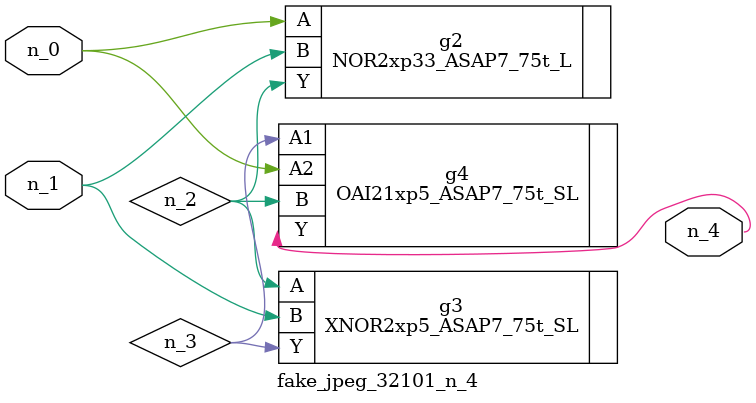
<source format=v>
module fake_jpeg_32101_n_4 (n_0, n_1, n_4);

input n_0;
input n_1;

output n_4;

wire n_2;
wire n_3;

NOR2xp33_ASAP7_75t_L g2 ( 
.A(n_0),
.B(n_1),
.Y(n_2)
);

XNOR2xp5_ASAP7_75t_SL g3 ( 
.A(n_2),
.B(n_1),
.Y(n_3)
);

OAI21xp5_ASAP7_75t_SL g4 ( 
.A1(n_3),
.A2(n_0),
.B(n_2),
.Y(n_4)
);


endmodule
</source>
